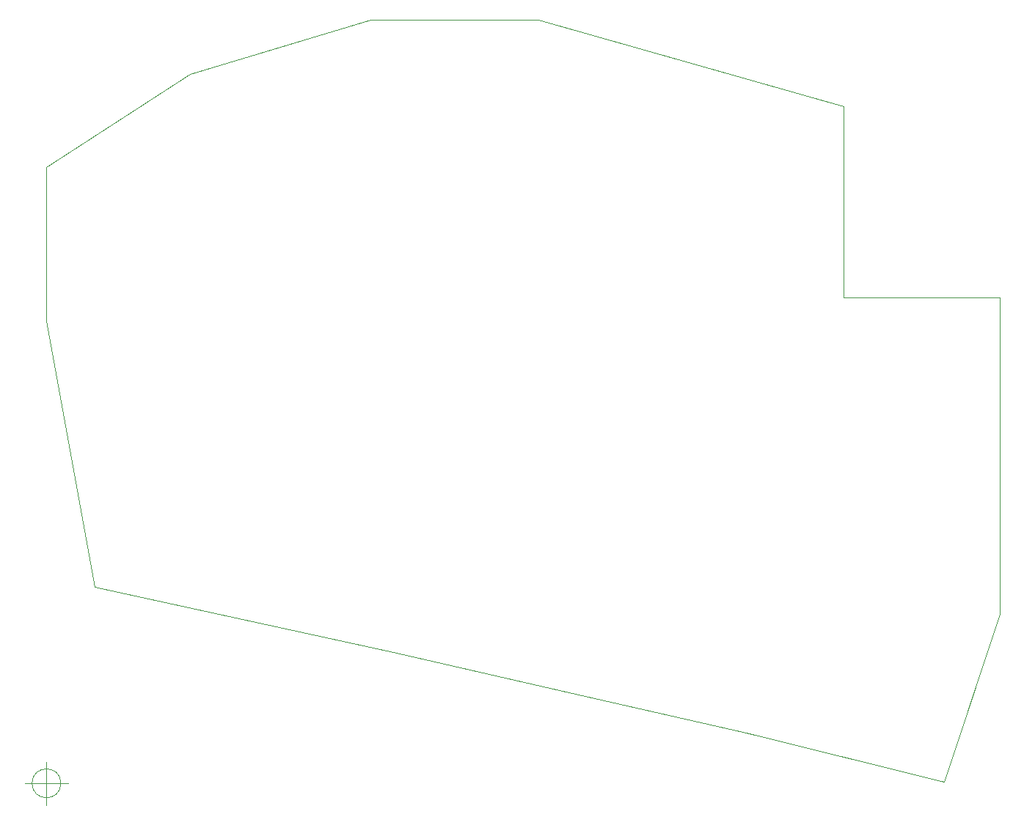
<source format=gm1>
%TF.GenerationSoftware,KiCad,Pcbnew,(6.0.7)*%
%TF.CreationDate,2022-09-23T16:11:02+09:00*%
%TF.ProjectId,selen-full_narrow,73656c65-6e2d-4667-956c-6c5f6e617272,rev?*%
%TF.SameCoordinates,Original*%
%TF.FileFunction,Profile,NP*%
%FSLAX46Y46*%
G04 Gerber Fmt 4.6, Leading zero omitted, Abs format (unit mm)*
G04 Created by KiCad (PCBNEW (6.0.7)) date 2022-09-23 16:11:02*
%MOMM*%
%LPD*%
G01*
G04 APERTURE LIST*
%TA.AperFunction,Profile*%
%ADD10C,0.100000*%
%TD*%
G04 APERTURE END LIST*
D10*
X194000000Y-71400000D02*
X194000000Y-93471727D01*
X212000000Y-93472000D01*
X212000000Y-130000000D01*
X205600000Y-149400000D01*
X182750000Y-143750000D01*
X163800000Y-139400000D01*
X142000000Y-134400000D01*
X107567869Y-126873043D01*
X101950000Y-96200000D01*
X101950000Y-78400000D01*
X118600000Y-67600000D01*
X139400000Y-61400000D01*
X158800000Y-61400000D01*
X194000000Y-71400000D01*
X103666666Y-149600000D02*
G75*
G03*
X103666666Y-149600000I-1666666J0D01*
G01*
X99500000Y-149600000D02*
X104500000Y-149600000D01*
X102000000Y-147100000D02*
X102000000Y-152100000D01*
M02*

</source>
